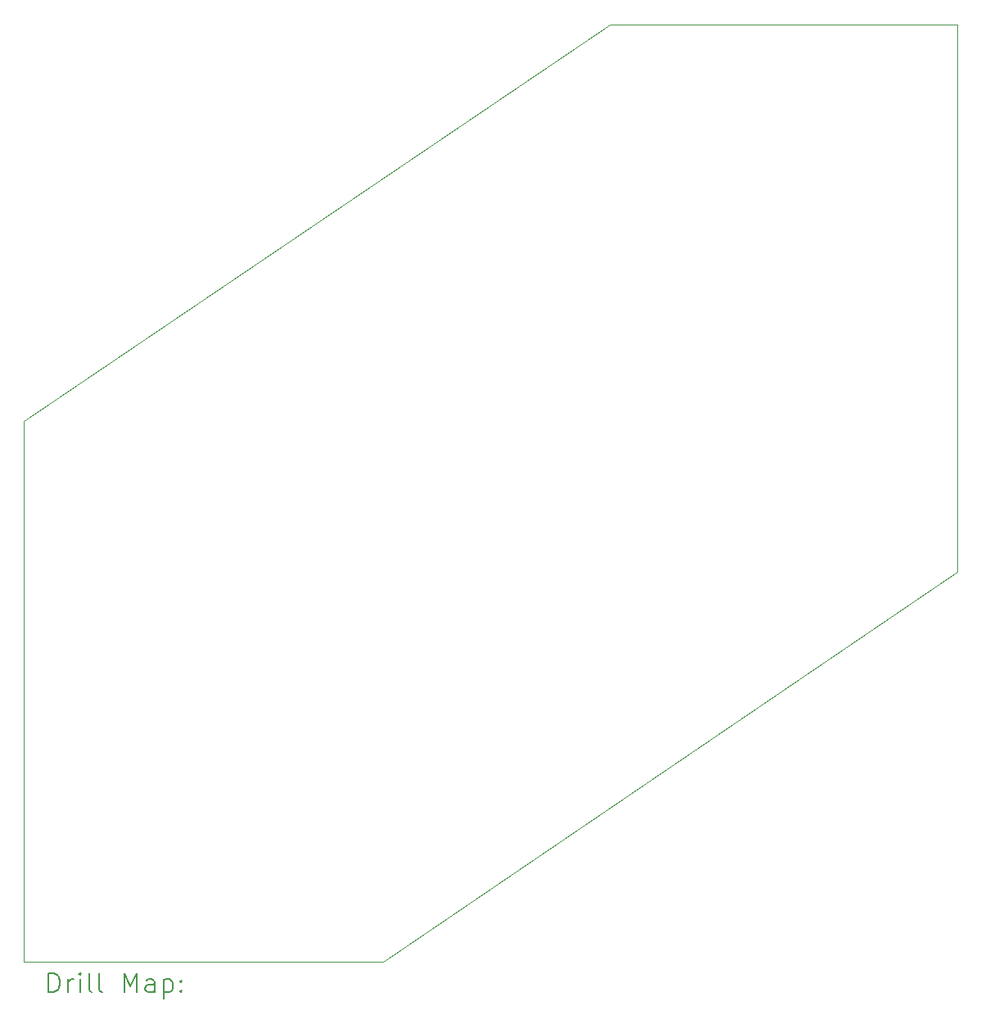
<source format=gbr>
%TF.GenerationSoftware,KiCad,Pcbnew,7.0.7*%
%TF.CreationDate,2024-01-01T13:21:11+01:00*%
%TF.ProjectId,A500-Kickadapter,41353030-2d4b-4696-936b-616461707465,rev?*%
%TF.SameCoordinates,Original*%
%TF.FileFunction,Drillmap*%
%TF.FilePolarity,Positive*%
%FSLAX45Y45*%
G04 Gerber Fmt 4.5, Leading zero omitted, Abs format (unit mm)*
G04 Created by KiCad (PCBNEW 7.0.7) date 2024-01-01 13:21:11*
%MOMM*%
%LPD*%
G01*
G04 APERTURE LIST*
%ADD10C,0.100000*%
%ADD11C,0.200000*%
G04 APERTURE END LIST*
D10*
X9810750Y-13208000D02*
X13525500Y-13208000D01*
X19462750Y-3524250D02*
X19462750Y-9175750D01*
X15875000Y-3524250D02*
X9810750Y-7620000D01*
X19462750Y-3524250D02*
X15875000Y-3524250D01*
X9810750Y-13208000D02*
X9810750Y-7620000D01*
X13525500Y-13208000D02*
X19462750Y-9175750D01*
D11*
X10066527Y-13524484D02*
X10066527Y-13324484D01*
X10066527Y-13324484D02*
X10114146Y-13324484D01*
X10114146Y-13324484D02*
X10142717Y-13334008D01*
X10142717Y-13334008D02*
X10161765Y-13353055D01*
X10161765Y-13353055D02*
X10171289Y-13372103D01*
X10171289Y-13372103D02*
X10180813Y-13410198D01*
X10180813Y-13410198D02*
X10180813Y-13438769D01*
X10180813Y-13438769D02*
X10171289Y-13476865D01*
X10171289Y-13476865D02*
X10161765Y-13495912D01*
X10161765Y-13495912D02*
X10142717Y-13514960D01*
X10142717Y-13514960D02*
X10114146Y-13524484D01*
X10114146Y-13524484D02*
X10066527Y-13524484D01*
X10266527Y-13524484D02*
X10266527Y-13391150D01*
X10266527Y-13429246D02*
X10276051Y-13410198D01*
X10276051Y-13410198D02*
X10285574Y-13400674D01*
X10285574Y-13400674D02*
X10304622Y-13391150D01*
X10304622Y-13391150D02*
X10323670Y-13391150D01*
X10390336Y-13524484D02*
X10390336Y-13391150D01*
X10390336Y-13324484D02*
X10380813Y-13334008D01*
X10380813Y-13334008D02*
X10390336Y-13343531D01*
X10390336Y-13343531D02*
X10399860Y-13334008D01*
X10399860Y-13334008D02*
X10390336Y-13324484D01*
X10390336Y-13324484D02*
X10390336Y-13343531D01*
X10514146Y-13524484D02*
X10495098Y-13514960D01*
X10495098Y-13514960D02*
X10485574Y-13495912D01*
X10485574Y-13495912D02*
X10485574Y-13324484D01*
X10618908Y-13524484D02*
X10599860Y-13514960D01*
X10599860Y-13514960D02*
X10590336Y-13495912D01*
X10590336Y-13495912D02*
X10590336Y-13324484D01*
X10847479Y-13524484D02*
X10847479Y-13324484D01*
X10847479Y-13324484D02*
X10914146Y-13467341D01*
X10914146Y-13467341D02*
X10980813Y-13324484D01*
X10980813Y-13324484D02*
X10980813Y-13524484D01*
X11161765Y-13524484D02*
X11161765Y-13419722D01*
X11161765Y-13419722D02*
X11152241Y-13400674D01*
X11152241Y-13400674D02*
X11133194Y-13391150D01*
X11133194Y-13391150D02*
X11095098Y-13391150D01*
X11095098Y-13391150D02*
X11076051Y-13400674D01*
X11161765Y-13514960D02*
X11142717Y-13524484D01*
X11142717Y-13524484D02*
X11095098Y-13524484D01*
X11095098Y-13524484D02*
X11076051Y-13514960D01*
X11076051Y-13514960D02*
X11066527Y-13495912D01*
X11066527Y-13495912D02*
X11066527Y-13476865D01*
X11066527Y-13476865D02*
X11076051Y-13457817D01*
X11076051Y-13457817D02*
X11095098Y-13448293D01*
X11095098Y-13448293D02*
X11142717Y-13448293D01*
X11142717Y-13448293D02*
X11161765Y-13438769D01*
X11257003Y-13391150D02*
X11257003Y-13591150D01*
X11257003Y-13400674D02*
X11276051Y-13391150D01*
X11276051Y-13391150D02*
X11314146Y-13391150D01*
X11314146Y-13391150D02*
X11333193Y-13400674D01*
X11333193Y-13400674D02*
X11342717Y-13410198D01*
X11342717Y-13410198D02*
X11352241Y-13429246D01*
X11352241Y-13429246D02*
X11352241Y-13486388D01*
X11352241Y-13486388D02*
X11342717Y-13505436D01*
X11342717Y-13505436D02*
X11333193Y-13514960D01*
X11333193Y-13514960D02*
X11314146Y-13524484D01*
X11314146Y-13524484D02*
X11276051Y-13524484D01*
X11276051Y-13524484D02*
X11257003Y-13514960D01*
X11437955Y-13505436D02*
X11447479Y-13514960D01*
X11447479Y-13514960D02*
X11437955Y-13524484D01*
X11437955Y-13524484D02*
X11428432Y-13514960D01*
X11428432Y-13514960D02*
X11437955Y-13505436D01*
X11437955Y-13505436D02*
X11437955Y-13524484D01*
X11437955Y-13400674D02*
X11447479Y-13410198D01*
X11447479Y-13410198D02*
X11437955Y-13419722D01*
X11437955Y-13419722D02*
X11428432Y-13410198D01*
X11428432Y-13410198D02*
X11437955Y-13400674D01*
X11437955Y-13400674D02*
X11437955Y-13419722D01*
M02*

</source>
